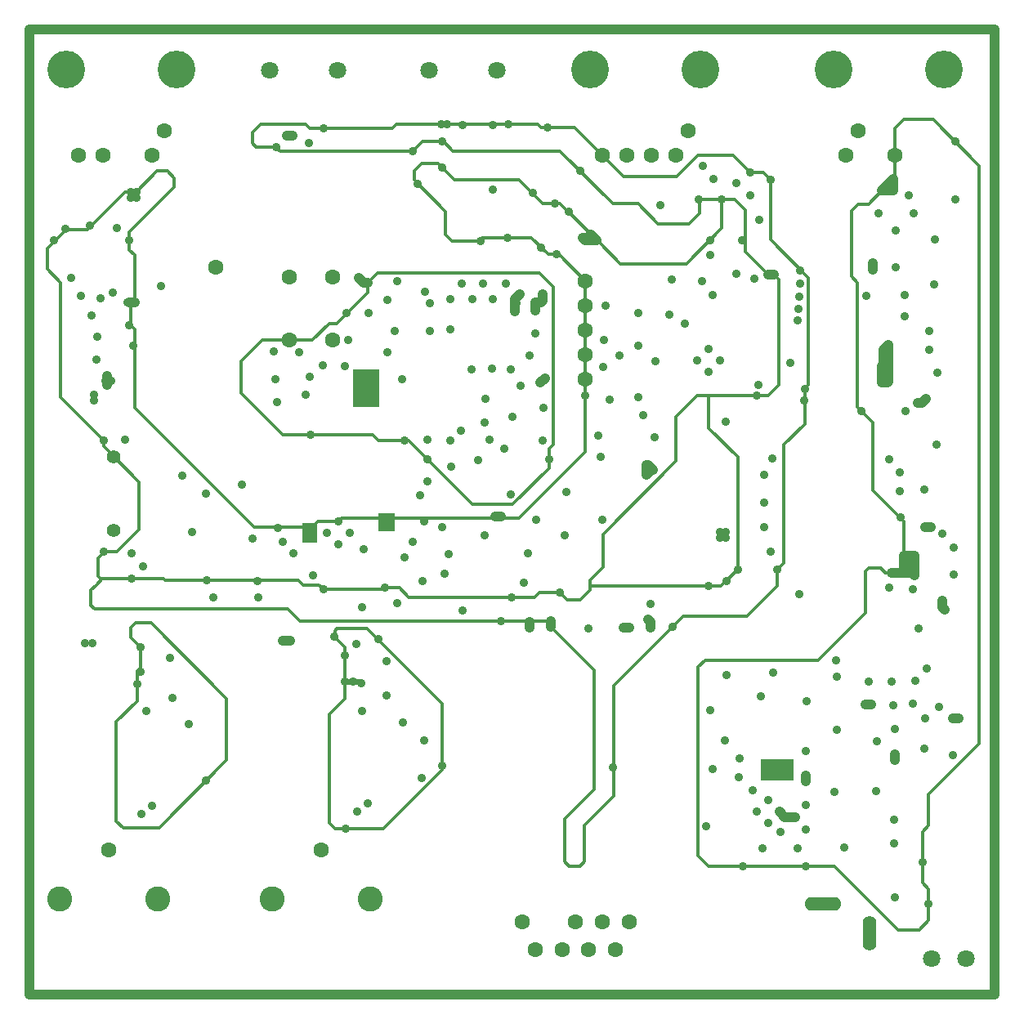
<source format=gbr>
%TF.GenerationSoftware,Altium Limited,Altium Designer,19.0.10 (269)*%
G04 Layer_Physical_Order=3*
G04 Layer_Color=128*
%FSLAX45Y45*%
%MOMM*%
%TF.FileFunction,Copper,L3,Inr,Plane*%
%TF.Part,Single*%
G01*
G75*
%TA.AperFunction,ComponentPad*%
%ADD82C,1.80000*%
%TA.AperFunction,NonConductor*%
%ADD96C,1.00000*%
%ADD97C,1.01600*%
%TA.AperFunction,ComponentPad*%
%ADD105C,1.60000*%
%ADD106C,1.40000*%
%ADD107C,3.90000*%
%ADD108C,2.60000*%
%ADD109O,3.80000X1.40000*%
%ADD110O,1.40000X3.60000*%
%TA.AperFunction,ViaPad*%
%ADD111C,0.90000*%
%TA.AperFunction,NonConductor*%
%ADD112C,0.30000*%
%ADD113C,0.60000*%
%ADD114R,2.69236X3.91160*%
%ADD115R,1.54853X2.15900*%
%ADD116R,1.75260X1.82880*%
%ADD117R,3.37820X2.31140*%
D82*
X4144106Y9575619D02*
D03*
X4844056D02*
D03*
X3194051D02*
D03*
X2494101D02*
D03*
X9351769Y377976D02*
D03*
X9701719D02*
D03*
D96*
X3412240Y7428820D02*
X3467440Y7373620D01*
X3505200D01*
X4829831Y4954860D02*
X4889831D01*
X3669530Y4937080D02*
X3726180Y4880430D01*
Y4859020D02*
Y4880430D01*
X3669530Y4915670D02*
X3726180Y4859020D01*
X3669530Y4915670D02*
Y4937080D01*
X6393000Y5489406D02*
X6395596Y5486810D01*
Y5387340D02*
Y5486810D01*
Y5387340D02*
X6441316Y5433060D01*
X6462960D01*
X6406614Y5489406D02*
X6462960Y5433060D01*
X6393000Y5489406D02*
X6406614D01*
X5294380Y6339440D02*
X5340100Y6385160D01*
X3546860Y6364831D02*
Y6424831D01*
X3422400Y6153740D02*
Y6392106D01*
X3404620Y6409886D02*
X3422400Y6392106D01*
X5027866Y7208113D02*
X5079561Y7259807D01*
X5027866Y7077773D02*
Y7208113D01*
X5241729Y7084060D02*
Y7171460D01*
X5301729D01*
X5316220Y7185951D01*
Y7258149D01*
X801908Y6319413D02*
Y6413460D01*
X1036391Y7169740D02*
X1096391D01*
X2666280Y8900701D02*
X2726440D01*
X5817795Y7879214D02*
X5877795Y7819214D01*
X5782101Y7843520D02*
X5817795Y7879214D01*
X5730240Y7843520D02*
X5782101D01*
X5730240D02*
X5754546Y7819214D01*
X5877795D01*
X8954520Y8450860D02*
Y8451480D01*
X8835140Y8331480D02*
X8954520Y8450860D01*
X8835140Y8331480D02*
X8954520D01*
Y8451480D01*
X8741878Y7514878D02*
Y7574878D01*
X9242983Y6130880D02*
X9286240Y6174138D01*
X9203286Y6130880D02*
X9242983D01*
X8845838Y6682406D02*
X8896100Y6732668D01*
X8845838Y6530959D02*
Y6682406D01*
X8829049Y6514170D02*
X8845838Y6530959D01*
X8829049Y6345820D02*
Y6514170D01*
Y6345820D02*
X8889050D01*
X8896100Y6352871D01*
Y6732668D01*
X7653229Y7460700D02*
X7711649D01*
X7824777Y1839783D02*
X7873600D01*
X7770400Y1894160D02*
X7824777Y1839783D01*
X7873600D02*
X7933600D01*
X8042928Y2214308D02*
Y2274308D01*
X8661069Y3003762D02*
X8721069D01*
X8967720Y2433912D02*
Y2493911D01*
X9565511Y2860322D02*
X9625511D01*
X9461980Y4012720D02*
X9486900Y3987800D01*
X9461980Y4012720D02*
Y4083061D01*
X9113210Y4427131D02*
Y4549140D01*
X9057700Y4371620D02*
X9143858D01*
X9059560Y4549140D02*
X9166860D01*
X9169538Y4345940D02*
Y4546462D01*
X9281971Y4844360D02*
X9341971D01*
X9057700Y4371620D02*
Y4551000D01*
X8937700Y4371620D02*
X9057700D01*
X6153449Y3806672D02*
X6213449D01*
X6439732Y3802311D02*
Y3861665D01*
X6412657Y3888740D02*
X6439732Y3861665D01*
X5180200Y3805896D02*
Y3865895D01*
X5406140Y3809876D02*
Y3869876D01*
X2623886Y3671513D02*
X2698986D01*
D97*
X0Y0D02*
X10000000Y1D01*
X9999999Y10000000D02*
X10000000Y1D01*
X-1Y10000000D02*
X9999999D01*
X-1D02*
X0Y0D01*
D105*
X3140880Y7433749D02*
D03*
Y6783749D02*
D03*
X2690880D02*
D03*
Y7433749D02*
D03*
X5103703Y750765D02*
D03*
X5242203Y466765D02*
D03*
X5519203D02*
D03*
X5657703Y750765D02*
D03*
X5796203Y466765D02*
D03*
X5934703Y750765D02*
D03*
X6073203Y466765D02*
D03*
X6211703Y750765D02*
D03*
X513601Y8694118D02*
D03*
X767601D02*
D03*
X1402601Y8948118D02*
D03*
X1275601Y8694118D02*
D03*
X6445606D02*
D03*
X5937606D02*
D03*
X6699606D02*
D03*
X6826606Y8948118D02*
D03*
X6191606Y8694118D02*
D03*
X8588606Y8948118D02*
D03*
X8461606Y8694118D02*
D03*
X8969606D02*
D03*
X5759701Y7393439D02*
D03*
Y7139439D02*
D03*
Y6885439D02*
D03*
Y6631439D02*
D03*
Y6377439D02*
D03*
X1931444Y7535484D02*
D03*
X826718Y1495861D02*
D03*
X3026719D02*
D03*
D106*
X875720Y5572740D02*
D03*
Y4810740D02*
D03*
D107*
X1529601Y9583118D02*
D03*
X386601D02*
D03*
X5810606D02*
D03*
X6953606D02*
D03*
X9477606D02*
D03*
X8334606D02*
D03*
D108*
X1334718Y987861D02*
D03*
X318718D02*
D03*
X2518719D02*
D03*
X3534719D02*
D03*
D109*
X8226721Y937976D02*
D03*
D110*
X8706721Y637976D02*
D03*
D111*
X2793945Y6656249D02*
D03*
X2548635Y6380480D02*
D03*
X641100Y7035800D02*
D03*
X431023Y7429500D02*
D03*
X536480Y7236460D02*
D03*
X734060Y7213600D02*
D03*
X630940Y7968669D02*
D03*
X3517900Y7064200D02*
D03*
X670158Y6152560D02*
D03*
X845820Y6360840D02*
D03*
X787400Y6363380D02*
D03*
X670158Y6213520D02*
D03*
X3281680Y1717168D02*
D03*
X1153160Y3345180D02*
D03*
X5369560Y8986520D02*
D03*
X8905289Y5549900D02*
D03*
X9022080Y5412740D02*
D03*
X9017000Y5219928D02*
D03*
X9023678Y4941732D02*
D03*
X9066599Y7249160D02*
D03*
X9068820Y7031891D02*
D03*
X8673310Y7239000D02*
D03*
X7971740Y7101840D02*
D03*
X7973060Y7228840D02*
D03*
X7985760Y7368540D02*
D03*
X2578100Y4838700D02*
D03*
X3858260Y6377940D02*
D03*
X7015480Y1742440D02*
D03*
X6045200Y2354580D02*
D03*
X7396480Y1334115D02*
D03*
X9212580Y3797300D02*
D03*
X9570720Y2479040D02*
D03*
X8962032Y1569720D02*
D03*
X8963660Y1010920D02*
D03*
X9253220Y1374140D02*
D03*
X8962032Y1816100D02*
D03*
X9421400Y2984500D02*
D03*
X9278620Y2860040D02*
D03*
X9156700Y3017520D02*
D03*
X8967720Y2753360D02*
D03*
X8948420Y3002280D02*
D03*
X9179560Y3248660D02*
D03*
X9268460Y2550160D02*
D03*
X9486900Y3987800D02*
D03*
X9578340Y4351811D02*
D03*
X9462320Y4772890D02*
D03*
X9580880Y4634277D02*
D03*
X8905240Y4215429D02*
D03*
X9156700Y4198764D02*
D03*
X9166860Y4549140D02*
D03*
X9169538Y4345940D02*
D03*
X8778240Y2625680D02*
D03*
X8364440Y2743200D02*
D03*
X8051800Y3037268D02*
D03*
X8044180Y2522220D02*
D03*
X6412657Y3888740D02*
D03*
X6439732Y3802311D02*
D03*
X7034280Y4234180D02*
D03*
X8361680Y3461980D02*
D03*
X8859309Y6683807D02*
D03*
X8902700Y6644640D02*
D03*
X8896100Y6732668D02*
D03*
X8856051Y6611620D02*
D03*
X8904045Y6555740D02*
D03*
X8845838Y6530959D02*
D03*
X9370060Y7358380D02*
D03*
X9408160Y6446647D02*
D03*
X9395460Y5696540D02*
D03*
X9273942Y5235975D02*
D03*
X8935720Y3241040D02*
D03*
X8699500Y3246120D02*
D03*
X8369300Y3291039D02*
D03*
X7703820Y3335020D02*
D03*
X7579360Y3088640D02*
D03*
X7221220Y3314700D02*
D03*
X7076440Y2339340D02*
D03*
X7053580Y2948740D02*
D03*
X7203440Y2635520D02*
D03*
X7355840Y2448350D02*
D03*
X7353300Y2255520D02*
D03*
X7627620Y2258923D02*
D03*
X7490460Y2118360D02*
D03*
X7962900Y1520780D02*
D03*
X7592975Y1517040D02*
D03*
X7782560Y1688540D02*
D03*
X8041640Y1968500D02*
D03*
Y1709420D02*
D03*
X8041642Y1334115D02*
D03*
X8445303Y1526540D02*
D03*
X8341360Y2105239D02*
D03*
X8775700Y2110740D02*
D03*
X9316720Y937260D02*
D03*
X4276667Y2372360D02*
D03*
X3697640Y3451860D02*
D03*
X4088080Y2636520D02*
D03*
X6438900Y4051657D02*
D03*
X6662420Y3815080D02*
D03*
X4718005Y4759960D02*
D03*
X5547360D02*
D03*
X5788660Y3792220D02*
D03*
X5498506Y4169792D02*
D03*
X5166360Y4574540D02*
D03*
X4488180Y9006840D02*
D03*
X4279900Y8569960D02*
D03*
X4277360Y8839200D02*
D03*
X868680Y7277780D02*
D03*
X1031911Y6937420D02*
D03*
X1684020Y4792980D02*
D03*
X2316480Y4721860D02*
D03*
X1833391Y5191760D02*
D03*
X1582420Y5379306D02*
D03*
X2936240Y4347301D02*
D03*
X2364740Y4287520D02*
D03*
X1838217Y4297680D02*
D03*
X773142Y4587240D02*
D03*
X1656080Y2804160D02*
D03*
X1457960Y3489960D02*
D03*
X3815080Y4056380D02*
D03*
X3613333Y3680460D02*
D03*
X3868420Y2819400D02*
D03*
X3703058Y3098800D02*
D03*
X3443942Y4015740D02*
D03*
X3680286Y4215429D02*
D03*
X3464560Y4611909D02*
D03*
X5123681Y4264660D02*
D03*
X4998720Y4118401D02*
D03*
X4488180Y3980180D02*
D03*
X4077099Y4282440D02*
D03*
X4305300Y4363720D02*
D03*
X4345580Y4566920D02*
D03*
X5709920Y8531860D02*
D03*
X9596120Y8836838D02*
D03*
Y8237220D02*
D03*
X8976479Y7533640D02*
D03*
X9384543Y7820660D02*
D03*
X9110873Y8280940D02*
D03*
X8798560Y8094980D02*
D03*
X9165751D02*
D03*
X8976360Y7920610D02*
D03*
X9286240Y6174138D02*
D03*
X8031509Y6159500D02*
D03*
X9076749Y6047740D02*
D03*
X8619885D02*
D03*
X7983220Y7506880D02*
D03*
X7957820Y6985000D02*
D03*
X7886700Y6543732D02*
D03*
X6477000Y5779411D02*
D03*
X7218137Y5938520D02*
D03*
X6395596Y5387340D02*
D03*
X6393000Y5489406D02*
D03*
X6462960Y5433060D02*
D03*
X5933440Y4921951D02*
D03*
X5252720Y4919980D02*
D03*
X4986413Y5185488D02*
D03*
X5562600Y5209540D02*
D03*
X5915660Y5569540D02*
D03*
X6362700Y6007100D02*
D03*
X6489700Y6565361D02*
D03*
X6794500Y6956651D02*
D03*
X7081520Y7252993D02*
D03*
X7508240Y7419340D02*
D03*
X7381625Y7819140D02*
D03*
X7565328Y8023860D02*
D03*
X7678420Y8442960D02*
D03*
X7469309Y8285795D02*
D03*
X7467600Y8520357D02*
D03*
X7326884Y8404860D02*
D03*
X6975537Y8582660D02*
D03*
X7089140Y8453120D02*
D03*
X6938440Y8239760D02*
D03*
X7175640Y8242300D02*
D03*
X6535960Y8178693D02*
D03*
X4584700Y6482080D02*
D03*
X3815080Y7389490D02*
D03*
X3040380Y6520180D02*
D03*
X2908300Y6398807D02*
D03*
X2861475Y6218807D02*
D03*
X2910840Y5800680D02*
D03*
X2562897Y6139180D02*
D03*
X2534920Y6662713D02*
D03*
X3306653Y6780843D02*
D03*
X706120Y6818683D02*
D03*
X1074960Y6723911D02*
D03*
X988060Y5753100D02*
D03*
X769620Y5742940D02*
D03*
X1055520Y4574540D02*
D03*
X1177039Y4439920D02*
D03*
X1056640Y4307840D02*
D03*
X1480820Y3078869D02*
D03*
X1212191Y2935667D02*
D03*
X4702848Y7363460D02*
D03*
X4478020D02*
D03*
X7555431Y6316980D02*
D03*
X2555240Y8783269D02*
D03*
X2894076Y8827007D02*
D03*
X3047406Y8978279D02*
D03*
X4025900Y8397048D02*
D03*
X3970020Y8735060D02*
D03*
X3505200Y7373620D02*
D03*
X3705860Y7200900D02*
D03*
X4149141Y6873520D02*
D03*
X3790088Y6878320D02*
D03*
X3705860Y6659682D02*
D03*
X3289300Y7059280D02*
D03*
X5458460Y7668060D02*
D03*
X4954597Y7842364D02*
D03*
X5305680Y7739729D02*
D03*
X4934960Y7368540D02*
D03*
X4799082Y7205980D02*
D03*
X4593905Y7203440D02*
D03*
X4363720D02*
D03*
X4150360Y7162800D02*
D03*
X4676667Y7809760D02*
D03*
X4800600Y8338820D02*
D03*
X4805680Y9013679D02*
D03*
X4960361Y9017000D02*
D03*
X5214706Y8303260D02*
D03*
X5445760Y8196580D02*
D03*
X4358640Y6891020D02*
D03*
X5969000Y7139439D02*
D03*
X5949701Y6784340D02*
D03*
X5948680Y6507480D02*
D03*
X4122679Y5549900D02*
D03*
X4126120Y5315400D02*
D03*
X4124960Y5747556D02*
D03*
X4370379Y5473874D02*
D03*
X4357939Y5742940D02*
D03*
X3442469Y3230880D02*
D03*
X3447520Y2941320D02*
D03*
X3051468Y4198620D02*
D03*
X2372360Y4116598D02*
D03*
X1902460Y4117340D02*
D03*
X5893644Y5788660D02*
D03*
X6305665Y6192520D02*
D03*
X6308517Y6723380D02*
D03*
X6631940Y7042740D02*
D03*
X6972494Y7391400D02*
D03*
X7326884Y7470140D02*
D03*
X7053580Y7664829D02*
D03*
Y7819214D02*
D03*
X6654800Y7411720D02*
D03*
X6305119Y7066280D02*
D03*
X6116320Y6621559D02*
D03*
X6014343Y6164580D02*
D03*
X5383104Y5543168D02*
D03*
X5328920Y6078220D02*
D03*
X5321238Y5740400D02*
D03*
X4922520Y5659120D02*
D03*
X4645660Y5534660D02*
D03*
X5759701Y6210300D02*
D03*
X5730240Y7843520D02*
D03*
X5588000Y8114620D02*
D03*
X5079561Y7259807D02*
D03*
X5316220Y7258149D02*
D03*
X5241729Y7084060D02*
D03*
X5245100Y6852879D02*
D03*
X5027866Y7077773D02*
D03*
X5181694Y6624320D02*
D03*
X4986020Y6476326D02*
D03*
X5087620Y6309360D02*
D03*
X4724400Y6169660D02*
D03*
X4719320Y5930900D02*
D03*
X4791243Y6488813D02*
D03*
X3883969Y5745480D02*
D03*
X4277360Y4846320D02*
D03*
X4091940Y4905051D02*
D03*
X3970020Y4688840D02*
D03*
X3883969Y4533900D02*
D03*
X3726180Y4859020D02*
D03*
X4470400Y5847080D02*
D03*
X5008880Y5989866D02*
D03*
X4767580Y5750560D02*
D03*
X2203940Y5285400D02*
D03*
X2698986Y3671513D02*
D03*
X2623886D02*
D03*
X649760Y3638780D02*
D03*
X574660D02*
D03*
X3161253Y3707461D02*
D03*
X3507958Y1985600D02*
D03*
X3392858Y1901121D02*
D03*
X3389058Y3629780D02*
D03*
X3270159Y3510881D02*
D03*
X4068038Y2247700D02*
D03*
X3268878Y3247500D02*
D03*
X3352698D02*
D03*
X1118620Y3217020D02*
D03*
X7212560Y4796759D02*
D03*
X7152560D02*
D03*
Y4736759D02*
D03*
X7212560D02*
D03*
X8741878Y7514878D02*
D03*
Y7574878D02*
D03*
X3317780Y4782140D02*
D03*
X3198880Y4901040D02*
D03*
X3079980Y4782140D02*
D03*
X3198880Y4663241D02*
D03*
X2726440Y8900701D02*
D03*
X2666280D02*
D03*
X5877795Y7819214D02*
D03*
X5817795Y7879214D02*
D03*
Y7819214D02*
D03*
X910220Y7942580D02*
D03*
X1030680Y7818740D02*
D03*
X372260Y7934960D02*
D03*
X257560Y7814000D02*
D03*
X692208Y6576540D02*
D03*
X1073531Y7170420D02*
D03*
X1013531D02*
D03*
X2932180Y4846260D02*
D03*
Y4786260D02*
D03*
Y4726260D02*
D03*
X2871220Y4846260D02*
D03*
Y4786260D02*
D03*
Y4726260D02*
D03*
X8889050Y6345820D02*
D03*
X8829049D02*
D03*
Y6405200D02*
D03*
X8889050D02*
D03*
X8829049Y6465200D02*
D03*
X8889050D02*
D03*
X7653229Y7460700D02*
D03*
X7711649D02*
D03*
X5241729Y7171460D02*
D03*
X5301729D02*
D03*
X8835140Y8331480D02*
D03*
X8895140D02*
D03*
Y8391480D02*
D03*
X8954520Y8451480D02*
D03*
Y8391480D02*
D03*
Y8331480D02*
D03*
X7532600Y1894160D02*
D03*
X7770400D02*
D03*
X7651500Y2013060D02*
D03*
Y1775261D02*
D03*
X8967720Y2433912D02*
D03*
Y2493911D02*
D03*
X8661069Y3003762D02*
D03*
X8721069D02*
D03*
X9297920Y3378722D02*
D03*
X7222240Y4288761D02*
D03*
X7341140Y4407661D02*
D03*
X6920460Y6575380D02*
D03*
X7039360Y6694280D02*
D03*
X7158260Y6575380D02*
D03*
X7039360Y6456481D02*
D03*
X1833960Y2217220D02*
D03*
X1273880Y1955120D02*
D03*
X1158780Y1870641D02*
D03*
X1154980Y3599300D02*
D03*
X5180200Y3865895D02*
D03*
Y3805896D02*
D03*
X6213449Y3806672D02*
D03*
X6153449D02*
D03*
X9565511Y2860322D02*
D03*
X9625511D02*
D03*
X9281971Y4844360D02*
D03*
X9341971D02*
D03*
X9322820Y6873520D02*
D03*
X9325360Y6684600D02*
D03*
X7538952Y6209167D02*
D03*
X2629060Y4688948D02*
D03*
X2733988Y4572069D02*
D03*
X1108460Y8259400D02*
D03*
Y8319400D02*
D03*
X1048460D02*
D03*
Y8259400D02*
D03*
X4271720Y9018860D02*
D03*
X4331720D02*
D03*
X3404620Y6409886D02*
D03*
X3270180Y6511619D02*
D03*
X3546860Y6424831D02*
D03*
Y6364831D02*
D03*
X4829831Y4954860D02*
D03*
X4889831D02*
D03*
X4888144Y3869876D02*
D03*
X8042928Y2214308D02*
D03*
Y2274308D02*
D03*
X7873600Y1839783D02*
D03*
X7933600D02*
D03*
X5406140Y3809876D02*
D03*
Y3869876D02*
D03*
X7696200Y5554980D02*
D03*
X7609840Y5389880D02*
D03*
Y5100320D02*
D03*
X7610146Y4841240D02*
D03*
X7683500Y4588601D02*
D03*
X7745282Y4402770D02*
D03*
X9057700Y4431620D02*
D03*
X8937700Y4371620D02*
D03*
X9057700D02*
D03*
X8997700D02*
D03*
X9057700Y4491000D02*
D03*
Y4551000D02*
D03*
X7690560Y2280240D02*
D03*
Y2340240D02*
D03*
Y2400240D02*
D03*
X7750560Y2280240D02*
D03*
Y2400240D02*
D03*
Y2340240D02*
D03*
X7869940D02*
D03*
Y2400240D02*
D03*
Y2280240D02*
D03*
X7809940Y2400240D02*
D03*
Y2340240D02*
D03*
Y2280240D02*
D03*
X4046140Y5178079D02*
D03*
X1362460Y7339920D02*
D03*
X3669530Y4937080D02*
D03*
X5294380Y6339440D02*
D03*
X5340100Y6385160D02*
D03*
X4103120Y7284040D02*
D03*
X3412240Y7428820D02*
D03*
X5046667Y7167880D02*
D03*
X3422400Y6334080D02*
D03*
Y6273120D02*
D03*
Y6214700D02*
D03*
Y6153740D02*
D03*
X9203286Y6130880D02*
D03*
X8033799Y6275660D02*
D03*
X9461980Y4083061D02*
D03*
X7973380Y4151641D02*
D03*
D112*
X4660900Y7809760D02*
X4693503Y7842364D01*
X4377500Y7809760D02*
X4660900D01*
X4313940Y7873320D02*
X4377500Y7809760D01*
X5377349Y7668060D02*
X5485079D01*
X5203045Y7842364D02*
X5377349Y7668060D01*
X3615969Y5745480D02*
X3927099D01*
X3560769Y5800680D02*
X3615969Y5745480D01*
X2627380Y5800680D02*
X3048910D01*
X3505200Y7373620D02*
X3606120Y7474540D01*
X3505200Y7275180D02*
Y7373620D01*
X2935054Y6783749D02*
X3107752Y6956447D01*
X3186467D01*
X5426460Y5805067D02*
Y5972765D01*
X5383104Y5456764D02*
Y5654884D01*
X5426460Y5698240D01*
Y6880815D02*
Y7334840D01*
Y5698240D02*
Y5805067D01*
X769620Y5678840D02*
X1138940Y5309520D01*
X769620Y5678840D02*
Y5742940D01*
X326140Y6186420D02*
X593440Y5919120D01*
X1054771Y6934977D02*
X1097280Y6892469D01*
X1054771Y6934977D02*
Y7134462D01*
X1097280Y6078560D02*
Y6363063D01*
X5267474Y9018860D02*
X5299814Y8986520D01*
X5645204D01*
X4271720Y9018860D02*
X4607006D01*
X3802215D02*
X4271720D01*
X3761634Y8978279D02*
X3802215Y9018860D01*
X2393700D02*
X2863205D01*
X2903786Y8978279D01*
X4074160Y8839200D02*
X4292980D01*
X3970020Y8735060D02*
X4074160Y8839200D01*
X2345440Y8785180D02*
X2553329D01*
X2603449Y8735060D01*
X5321386Y8196580D02*
X5500429D01*
X5908144Y7788865D02*
X6125949Y7571060D01*
X5075686Y8442280D02*
X5321386Y8196580D01*
X694440Y4246200D02*
X758620Y4310380D01*
X870380D01*
X1393437D02*
X1406137Y4297680D01*
X2837860Y4246200D02*
X3000030D01*
X2786380Y4297680D02*
X2837860Y4246200D01*
X870380Y4310380D02*
X1393437D01*
X3680286Y4215429D02*
X3833831D01*
X3663476Y4198620D02*
X3680286Y4215429D01*
X3047610Y4198620D02*
X3263868D01*
X3663476D01*
X3833831Y4215429D02*
X3930859Y4118401D01*
X5230921D01*
X5280660Y4168140D01*
X5500158D01*
X5573818Y4094480D01*
X5711620D01*
X7745282Y4402770D02*
X7818120Y4475609D01*
X8033799Y6282812D02*
X8069580Y6318593D01*
Y7059425D02*
Y7429840D01*
X8033799Y5912396D02*
Y6282812D01*
X9316720Y1750270D02*
Y2077720D01*
X9253220Y1686770D02*
X9316720Y1750270D01*
Y767920D02*
Y1095370D01*
X9253220Y1158870D02*
X9316720Y1095370D01*
X5406140Y3809876D02*
Y3869876D01*
Y3809876D02*
X5855720Y3360296D01*
X5808836Y4234180D02*
X7167659D01*
X4667405Y3869876D02*
X5406140D01*
X2805585D02*
X4667405D01*
X3499713Y3794080D02*
X4280920Y3012873D01*
Y2328500D02*
Y3012873D01*
X3669587Y1717168D02*
X4280920Y2328500D01*
X3167593Y1717168D02*
X3669587D01*
X3107440Y1777320D02*
X3167593Y1717168D01*
X3107440Y1777320D02*
Y2909235D01*
X3267453Y3069248D01*
Y3374673D01*
Y3601260D01*
X3164433Y3704280D02*
X3267453Y3601260D01*
X3164433Y3704280D02*
Y3771928D01*
X3186585Y3794080D01*
X3499713D01*
X1103515Y3856773D02*
X1225300D01*
X1051960Y3805218D02*
X1103515Y3856773D01*
X1051960Y3702321D02*
Y3805218D01*
Y3702321D02*
X1154980Y3599300D01*
Y3386566D02*
Y3599300D01*
X1118620Y3350206D02*
X1154980Y3386566D01*
X1118620Y3044780D02*
Y3350206D01*
X902720Y2828880D02*
X1118620Y3044780D01*
X902720Y1800180D02*
Y2828880D01*
Y1800180D02*
X973840Y1729060D01*
X1345800D01*
X2045720Y2428981D01*
Y3070180D01*
X1259127Y3856773D02*
X2045720Y3070180D01*
X1225300Y3856773D02*
X1259127D01*
X5855720Y2127840D02*
Y3360296D01*
X5545840Y1817960D02*
X5855720Y2127840D01*
X6778420Y3921760D02*
X7436280D01*
X6058920Y3202260D02*
X6778420Y3921760D01*
X6058920Y2061800D02*
Y3202260D01*
X5754120Y1757000D02*
X6058920Y2061800D01*
X5754120Y1381080D02*
Y1757000D01*
X5705860Y1332820D02*
X5754120Y1381080D01*
X5591560Y1332820D02*
X5705860D01*
X5545840Y1378540D02*
X5591560Y1332820D01*
X5545840Y1378540D02*
Y1817960D01*
X6940980Y8242300D02*
X7175640D01*
X6940980Y8099220D02*
Y8242300D01*
X6830060Y7988300D02*
X6940980Y8099220D01*
X6515100Y7988300D02*
X6830060D01*
X6310040Y8193360D02*
X6515100Y7988300D01*
X6048420Y8193360D02*
X6310040D01*
X5499780Y8742000D02*
X6048420Y8193360D01*
X4390180Y8742000D02*
X5499780D01*
X4292980Y8839200D02*
X4390180Y8742000D01*
X2603449Y8735060D02*
X3970020D01*
X2309880Y8820740D02*
X2345440Y8785180D01*
X2309880Y8820740D02*
Y8935040D01*
X2393700Y9018860D01*
X2903786Y8978279D02*
X3761634D01*
X4607006Y9018860D02*
X5267474D01*
X5645204Y8986520D02*
X6156651Y8475073D01*
X6703529D01*
X6927276Y8698820D01*
X7289136D01*
X7471937Y8516020D01*
X7605360D01*
X7678420Y8442960D01*
Y7821000D02*
Y8442960D01*
Y7821000D02*
X8069580Y7429840D01*
Y6318593D02*
Y7059425D01*
X7818120Y5696718D02*
X8033799Y5912396D01*
X7818120Y4475609D02*
Y5696718D01*
X7745282Y4230762D02*
Y4402770D01*
X7039360Y5869260D02*
Y6209620D01*
Y5869260D02*
X7339080Y5569540D01*
Y4405601D02*
Y5569540D01*
X7167659Y4234180D02*
X7339080Y4405601D01*
X7436280Y3921760D02*
X7745282Y4230762D01*
X2680720Y3994740D02*
X2805585Y3869876D01*
X679200Y3994740D02*
X2680720D01*
X638560Y4035380D02*
X679200Y3994740D01*
X638560Y4035380D02*
Y4190320D01*
X694440Y4246200D01*
X6699227Y5991407D02*
X6916987Y6209167D01*
X3927099Y5745480D02*
X4590719Y5081860D01*
X3048910Y5800680D02*
X3560769D01*
X2193040Y6235020D02*
X2627380Y5800680D01*
X2193040Y6235020D02*
Y6560140D01*
X2416648Y6783749D01*
X2935054D01*
X3186467Y6956447D02*
X3505200Y7275180D01*
X3606120Y7474540D02*
X5286760D01*
X5426460Y7334840D01*
Y5972765D02*
Y6880815D01*
X5008200Y5081860D02*
X5383104Y5456764D01*
X4923540Y5081860D02*
X5008200D01*
X4590719D02*
X4923540D01*
X5942080Y4770800D02*
X6699227Y5527947D01*
X7765800Y6557600D02*
Y7406549D01*
X7711649Y7460700D02*
X7765800Y7406549D01*
X7653229Y7460700D02*
X7711649D01*
X7415280Y7698649D02*
X7653229Y7460700D01*
X7415280Y7698649D02*
Y8133382D01*
X7306362Y8242300D02*
X7415280Y8133382D01*
X7175640Y8242300D02*
X7306362D01*
X7175640Y7941274D02*
Y8242300D01*
X6805426Y7571060D02*
X7175640Y7941274D01*
X6125949Y7571060D02*
X6805426D01*
X5500429Y8196580D02*
X5908144Y7788865D01*
X4407580Y8442280D02*
X5075686D01*
X4236720Y8613140D02*
X4407580Y8442280D01*
X4067060Y8613140D02*
X4236720D01*
X3986280Y8532360D02*
X4067060Y8613140D01*
X3986280Y8442280D02*
Y8532360D01*
Y8442280D02*
X4313940Y8114620D01*
Y7873320D02*
Y8114620D01*
X4693503Y7842364D02*
X5203045D01*
X5485079Y7668060D02*
X5759701Y7393439D01*
Y5623381D02*
Y7393439D01*
X5073400Y4937080D02*
X5759701Y5623381D01*
X3234920Y4937080D02*
X5073400D01*
X3198880Y4901040D02*
X3234920Y4937080D01*
X2987580Y4901040D02*
X3198880D01*
X2932800Y4846260D02*
X2987580Y4901040D01*
X2329580Y4846260D02*
X2932800D01*
X1097280Y6078560D02*
X2329580Y4846260D01*
X1097280Y6363063D02*
Y6892469D01*
X1054771Y7134462D02*
X1093220Y7172911D01*
Y7659960D01*
X1038300Y7714880D02*
X1093220Y7659960D01*
X1038300Y7714880D02*
Y7818060D01*
Y7899680D01*
X1502160Y8363540D01*
Y8462600D01*
X1428500Y8536260D02*
X1502160Y8462600D01*
X1325320Y8536260D02*
X1428500D01*
X1108460Y8319400D02*
X1325320Y8536260D01*
X989971Y8319400D02*
X1108460D01*
X598591Y7928021D02*
X989971Y8319400D01*
X379880Y7928021D02*
X598591D01*
X186440Y7734580D02*
X379880Y7928021D01*
X186440Y7517720D02*
Y7734580D01*
Y7517720D02*
X326140Y7378020D01*
Y6186420D02*
Y7378020D01*
X593440Y5919120D02*
X769620Y5742940D01*
X1138940Y4819400D02*
Y5309520D01*
X906780Y4587240D02*
X1138940Y4819400D01*
X776400Y4587240D02*
X906780D01*
X712220Y4523060D02*
X776400Y4587240D01*
X712220Y4340180D02*
Y4523060D01*
Y4340180D02*
X750320Y4302080D01*
X1406137Y4297680D02*
X2786380D01*
X3000030Y4246200D02*
X3047610Y4198620D01*
X5711620Y4094480D02*
X5808836Y4191696D01*
Y4293296D01*
X5942080Y4426540D01*
Y4770800D01*
X6699227Y5527947D02*
Y5991407D01*
X6916987Y6209167D02*
X7658667D01*
X7765800Y6316300D01*
Y6557600D01*
X8835140Y8332100D02*
X8954520Y8451480D01*
X8835140Y8331480D02*
Y8332100D01*
X8954520Y8451480D02*
X8969606Y8466566D01*
Y8694118D01*
X8954520Y8451480D02*
X8969606Y8466566D01*
X8694480Y8190820D02*
X8835140Y8331480D01*
X8969606Y8694118D02*
Y8978066D01*
X9061200Y9069660D01*
X9363298D01*
X9843518Y8589440D01*
X8583680Y8190820D02*
X8694480D01*
X8515100Y8122240D02*
X8583680Y8190820D01*
X8515100Y7441520D02*
Y8122240D01*
Y7441520D02*
X8577580Y7379040D01*
Y6090045D02*
Y7379040D01*
Y6090045D02*
X8738620Y5929005D01*
X9057700Y4371620D02*
Y4551000D01*
X8738620Y5226790D02*
Y5929005D01*
Y5226790D02*
X9057700Y4907710D01*
Y4551000D02*
Y4907710D01*
X8867200Y4371620D02*
X9057700D01*
X8819845Y4418976D02*
X8867200Y4371620D01*
X8695495Y4418976D02*
X8819845D01*
X8664960Y4388440D02*
X8695495Y4418976D01*
X8664960Y3959180D02*
Y4388440D01*
X8172200Y3466420D02*
X8664960Y3959180D01*
X7001260Y3466420D02*
X8172200D01*
X6929120Y3394280D02*
X7001260Y3466420D01*
X6929120Y1443060D02*
Y3394280D01*
Y1443060D02*
X7039360Y1332820D01*
X8339840D01*
X9000240Y672420D01*
X9221220D01*
X9316720Y767920D01*
X9253220Y1158870D02*
Y1686770D01*
X9316720Y2077720D02*
X9843520Y2604520D01*
X9843518Y8589440D02*
X9843520Y2604520D01*
D113*
X3268878Y3247500D02*
X3425849D01*
D114*
X3489962Y6286500D02*
D03*
D115*
X2901906Y4786630D02*
D03*
D116*
X3702050Y4897120D02*
D03*
D117*
X7750810Y2327910D02*
D03*
%TF.MD5,a245482bee5e4891d3a4d532bc0771c6*%
M02*

</source>
